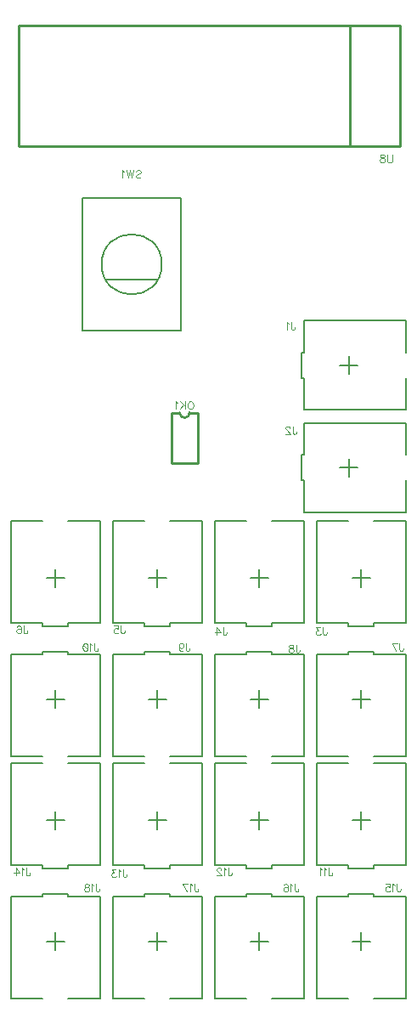
<source format=gbo>
G04 DipTrace 3.3.0.0*
G04 esp02.GBO*
%MOIN*%
G04 #@! TF.FileFunction,Legend,Bot*
G04 #@! TF.Part,Single*
%ADD10C,0.009843*%
%ADD18C,0.006*%
%ADD30C,0.005*%
%ADD37C,0.005984*%
%ADD107C,0.004632*%
%FSLAX26Y26*%
G04*
G70*
G90*
G75*
G01*
G04 BotSilk*
%LPD*%
X1740578Y2933871D2*
D18*
Y2863836D1*
X1775525Y2898836D2*
X1705582D1*
X1565695Y2848821D2*
Y2723836D1*
Y2948851D2*
Y3073836D1*
X1965704Y2948851D2*
Y3073836D1*
Y2848821D2*
Y2723836D1*
X1565695D1*
Y3073836D2*
X1965704D1*
X1565695Y2948851D2*
D37*
X1553221D1*
Y2848821D1*
X1565695D1*
X1740578Y2531135D2*
D18*
Y2461100D1*
X1775525Y2496100D2*
X1705582D1*
X1565695Y2446085D2*
Y2321100D1*
Y2546115D2*
Y2671100D1*
X1965704Y2546115D2*
Y2671100D1*
Y2446085D2*
Y2321100D1*
X1565695D1*
Y2671100D2*
X1965704D1*
X1565695Y2546115D2*
D37*
X1553221D1*
Y2446085D1*
X1565695D1*
X1752965Y2062630D2*
D18*
X1823000D1*
X1788000Y2097577D2*
Y2027633D1*
X1838015Y1887746D2*
X1963000D1*
X1737985D2*
X1613000D1*
X1737985Y2287756D2*
X1613000D1*
X1838015D2*
X1963000D1*
Y1887746D1*
X1613000D2*
Y2287756D1*
X1737985Y1887746D2*
D37*
Y1875272D1*
X1838015D1*
Y1887746D1*
X1352965Y2062630D2*
D18*
X1423000D1*
X1388000Y2097577D2*
Y2027633D1*
X1438015Y1887746D2*
X1563000D1*
X1337985D2*
X1213000D1*
X1337985Y2287756D2*
X1213000D1*
X1438015D2*
X1563000D1*
Y1887746D1*
X1213000D2*
Y2287756D1*
X1337985Y1887746D2*
D37*
Y1875272D1*
X1438015D1*
Y1887746D1*
X952965Y2062630D2*
D18*
X1023000D1*
X988000Y2097577D2*
Y2027633D1*
X1038015Y1887746D2*
X1163000D1*
X937985D2*
X813000D1*
X937985Y2287756D2*
X813000D1*
X1038015D2*
X1163000D1*
Y1887746D1*
X813000D2*
Y2287756D1*
X937985Y1887746D2*
D37*
Y1875272D1*
X1038015D1*
Y1887746D1*
X552965Y2062630D2*
D18*
X623000D1*
X588000Y2097577D2*
Y2027633D1*
X638015Y1887746D2*
X763000D1*
X537985D2*
X413000D1*
X537985Y2287756D2*
X413000D1*
X638015D2*
X763000D1*
Y1887746D1*
X413000D2*
Y2287756D1*
X537985Y1887746D2*
D37*
Y1875272D1*
X638015D1*
Y1887746D1*
X1823035Y1587872D2*
D18*
X1753000D1*
X1788000Y1552925D2*
Y1622868D1*
X1737985Y1762755D2*
X1613000D1*
X1838015D2*
X1963000D1*
X1838015Y1362746D2*
X1963000D1*
X1737985D2*
X1613000D1*
Y1762755D1*
X1963000D2*
Y1362746D1*
X1838015Y1762755D2*
D37*
Y1775229D1*
X1737985D1*
Y1762755D1*
X1423035Y1587872D2*
D18*
X1353000D1*
X1388000Y1552925D2*
Y1622868D1*
X1337985Y1762755D2*
X1213000D1*
X1438015D2*
X1563000D1*
X1438015Y1362746D2*
X1563000D1*
X1337985D2*
X1213000D1*
Y1762755D1*
X1563000D2*
Y1362746D1*
X1438015Y1762755D2*
D37*
Y1775229D1*
X1337985D1*
Y1762755D1*
X1023035Y1587872D2*
D18*
X953000D1*
X988000Y1552925D2*
Y1622868D1*
X937985Y1762755D2*
X813000D1*
X1038015D2*
X1163000D1*
X1038015Y1362746D2*
X1163000D1*
X937985D2*
X813000D1*
Y1762755D1*
X1163000D2*
Y1362746D1*
X1038015Y1762755D2*
D37*
Y1775229D1*
X937985D1*
Y1762755D1*
X623035Y1587872D2*
D18*
X553000D1*
X588000Y1552925D2*
Y1622868D1*
X537985Y1762755D2*
X413000D1*
X638015D2*
X763000D1*
X638015Y1362746D2*
X763000D1*
X537985D2*
X413000D1*
Y1762755D1*
X763000D2*
Y1362746D1*
X638015Y1762755D2*
D37*
Y1775229D1*
X537985D1*
Y1762755D1*
X1752965Y1112630D2*
D18*
X1823000D1*
X1788000Y1147577D2*
Y1077633D1*
X1838015Y937746D2*
X1963000D1*
X1737985D2*
X1613000D1*
X1737985Y1337756D2*
X1613000D1*
X1838015D2*
X1963000D1*
Y937746D1*
X1613000D2*
Y1337756D1*
X1737985Y937746D2*
D37*
Y925272D1*
X1838015D1*
Y937746D1*
X1352965Y1112630D2*
D18*
X1423000D1*
X1388000Y1147577D2*
Y1077633D1*
X1438015Y937746D2*
X1563000D1*
X1337985D2*
X1213000D1*
X1337985Y1337756D2*
X1213000D1*
X1438015D2*
X1563000D1*
Y937746D1*
X1213000D2*
Y1337756D1*
X1337985Y937746D2*
D37*
Y925272D1*
X1438015D1*
Y937746D1*
X952965Y1112630D2*
D18*
X1023000D1*
X988000Y1147577D2*
Y1077633D1*
X1038015Y937746D2*
X1163000D1*
X937985D2*
X813000D1*
X937985Y1337756D2*
X813000D1*
X1038015D2*
X1163000D1*
Y937746D1*
X813000D2*
Y1337756D1*
X937985Y937746D2*
D37*
Y925272D1*
X1038015D1*
Y937746D1*
X552965Y1112630D2*
D18*
X623000D1*
X588000Y1147577D2*
Y1077633D1*
X638015Y937746D2*
X763000D1*
X537985D2*
X413000D1*
X537985Y1337756D2*
X413000D1*
X638015D2*
X763000D1*
Y937746D1*
X413000D2*
Y1337756D1*
X537985Y937746D2*
D37*
Y925272D1*
X638015D1*
Y937746D1*
X1823035Y637872D2*
D18*
X1753000D1*
X1788000Y602925D2*
Y672868D1*
X1737985Y812755D2*
X1613000D1*
X1838015D2*
X1963000D1*
X1838015Y412746D2*
X1963000D1*
X1737985D2*
X1613000D1*
Y812755D1*
X1963000D2*
Y412746D1*
X1838015Y812755D2*
D37*
Y825229D1*
X1737985D1*
Y812755D1*
X1423035Y637872D2*
D18*
X1353000D1*
X1388000Y602925D2*
Y672868D1*
X1337985Y812755D2*
X1213000D1*
X1438015D2*
X1563000D1*
X1438015Y412746D2*
X1563000D1*
X1337985D2*
X1213000D1*
Y812755D1*
X1563000D2*
Y412746D1*
X1438015Y812755D2*
D37*
Y825229D1*
X1337985D1*
Y812755D1*
X1023035Y637872D2*
D18*
X953000D1*
X988000Y602925D2*
Y672868D1*
X937985Y812755D2*
X813000D1*
X1038015D2*
X1163000D1*
X1038015Y412746D2*
X1163000D1*
X937985D2*
X813000D1*
Y812755D1*
X1163000D2*
Y412746D1*
X1038015Y812755D2*
D37*
Y825229D1*
X937985D1*
Y812755D1*
X623035Y637872D2*
D18*
X553000D1*
X588000Y602925D2*
Y672868D1*
X537985Y812755D2*
X413000D1*
X638015D2*
X763000D1*
X638015Y412746D2*
X763000D1*
X537985D2*
X413000D1*
Y812755D1*
X763000D2*
Y412746D1*
X638015Y812755D2*
D37*
Y825229D1*
X537985D1*
Y812755D1*
X1146817Y2712224D2*
D10*
Y2515369D1*
X1044440Y2712224D2*
Y2515369D1*
X1146817D2*
X1044440D1*
X1115323Y2712224D2*
X1146817D1*
X1075934D2*
X1044440D1*
X1115323D2*
G02X1075934Y2712224I-19694J9D01*
G01*
X693892Y3553857D2*
D30*
X1082108D1*
Y3034164D1*
X693892D1*
Y3553857D1*
X785612Y3234958D2*
X990388D1*
X769905Y3294011D2*
G02X769905Y3294011I118095J0D01*
G01*
X1743923Y4230220D2*
D10*
X444741D1*
Y3757780D1*
X1743923D1*
Y4230220D1*
X1940804D2*
X1743923D1*
Y3757780D1*
X1940804D1*
Y4230220D1*
X1513499Y3067770D2*
D107*
Y3044822D1*
X1514925Y3040511D1*
X1516384Y3039085D1*
X1519236Y3037626D1*
X1522121D1*
X1524973Y3039085D1*
X1526399Y3040511D1*
X1527858Y3044822D1*
Y3047674D1*
X1504236Y3062000D2*
X1501351Y3063459D1*
X1497039Y3067737D1*
Y3037626D1*
X1519949Y2658783D2*
Y2635835D1*
X1521375Y2631524D1*
X1522834Y2630098D1*
X1525686Y2628639D1*
X1528571D1*
X1531423Y2630098D1*
X1532849Y2631524D1*
X1534308Y2635835D1*
Y2638687D1*
X1509226Y2651587D2*
Y2653013D1*
X1507800Y2655898D1*
X1506375Y2657324D1*
X1503489Y2658750D1*
X1497752D1*
X1494901Y2657324D1*
X1493475Y2655898D1*
X1492015Y2653013D1*
Y2650161D1*
X1493475Y2647276D1*
X1496327Y2642998D1*
X1510686Y2628639D1*
X1490590D1*
X1639251Y1869685D2*
Y1846737D1*
X1640677Y1842426D1*
X1642136Y1841000D1*
X1644988Y1839540D1*
X1647873D1*
X1650725Y1841000D1*
X1652151Y1842426D1*
X1653610Y1846737D1*
Y1849588D1*
X1627102Y1869651D2*
X1611350D1*
X1619939Y1858177D1*
X1615628D1*
X1612776Y1856751D1*
X1611350Y1855325D1*
X1609891Y1851014D1*
Y1848163D1*
X1611350Y1843852D1*
X1614202Y1840966D1*
X1618513Y1839540D1*
X1622824D1*
X1627102Y1840966D1*
X1628528Y1842426D1*
X1629987Y1845277D1*
X1246213Y1869685D2*
Y1846737D1*
X1247639Y1842426D1*
X1249098Y1841000D1*
X1251950Y1839540D1*
X1254835D1*
X1257687Y1841000D1*
X1259113Y1842426D1*
X1260572Y1846737D1*
Y1849588D1*
X1222591Y1839540D2*
Y1869651D1*
X1236950Y1849588D1*
X1215428D1*
X845500Y1875934D2*
Y1852986D1*
X846926Y1848675D1*
X848385Y1847249D1*
X851237Y1845790D1*
X854122D1*
X856974Y1847249D1*
X858400Y1848675D1*
X859859Y1852986D1*
Y1855838D1*
X819026Y1875901D2*
X833352D1*
X834778Y1863001D1*
X833352Y1864427D1*
X829041Y1865886D1*
X824763D1*
X820452Y1864427D1*
X817567Y1861575D1*
X816141Y1857264D1*
Y1854412D1*
X817567Y1850101D1*
X820452Y1847216D1*
X824763Y1845790D1*
X829041D1*
X833352Y1847216D1*
X834778Y1848675D1*
X836237Y1851527D1*
X463520Y1875934D2*
Y1852986D1*
X464946Y1848675D1*
X466405Y1847249D1*
X469257Y1845790D1*
X472142D1*
X474994Y1847249D1*
X476420Y1848675D1*
X477879Y1852986D1*
Y1855838D1*
X437046Y1871623D2*
X438472Y1874475D1*
X442783Y1875901D1*
X445634D1*
X449945Y1874475D1*
X452831Y1870164D1*
X454257Y1863001D1*
Y1855838D1*
X452831Y1850101D1*
X449945Y1847216D1*
X445634Y1845790D1*
X444208D1*
X439931Y1847216D1*
X437046Y1850101D1*
X435620Y1854412D1*
Y1855838D1*
X437046Y1860149D1*
X439931Y1863001D1*
X444208Y1864427D1*
X445634D1*
X449945Y1863001D1*
X452831Y1860149D1*
X454257Y1855838D1*
X1939251Y1807435D2*
Y1784487D1*
X1940677Y1780176D1*
X1942136Y1778750D1*
X1944988Y1777291D1*
X1947873D1*
X1950725Y1778750D1*
X1952151Y1780176D1*
X1953610Y1784487D1*
Y1787339D1*
X1924250Y1777291D2*
X1909891Y1807402D1*
X1929987D1*
X1532984Y1801185D2*
Y1778237D1*
X1534410Y1773926D1*
X1535869Y1772500D1*
X1538721Y1771040D1*
X1541606D1*
X1544458Y1772500D1*
X1545884Y1773926D1*
X1547343Y1778237D1*
Y1781088D1*
X1516557Y1801151D2*
X1520835Y1799725D1*
X1522294Y1796873D1*
Y1793988D1*
X1520835Y1791137D1*
X1517983Y1789677D1*
X1512246Y1788251D1*
X1507935Y1786825D1*
X1505083Y1783940D1*
X1503657Y1781088D1*
Y1776777D1*
X1505083Y1773926D1*
X1506509Y1772466D1*
X1510820Y1771040D1*
X1516557D1*
X1520835Y1772466D1*
X1522294Y1773926D1*
X1523720Y1776777D1*
Y1781088D1*
X1522294Y1783940D1*
X1519409Y1786825D1*
X1515131Y1788251D1*
X1509394Y1789677D1*
X1506509Y1791137D1*
X1505083Y1793988D1*
Y1796873D1*
X1506509Y1799725D1*
X1510820Y1801151D1*
X1516557D1*
X1101038Y1807435D2*
Y1784487D1*
X1102464Y1780176D1*
X1103923Y1778750D1*
X1106775Y1777291D1*
X1109660D1*
X1112512Y1778750D1*
X1113938Y1780176D1*
X1115397Y1784487D1*
Y1787339D1*
X1073104Y1797387D2*
X1074563Y1793076D1*
X1077415Y1790191D1*
X1081726Y1788765D1*
X1083152D1*
X1087463Y1790191D1*
X1090315Y1793076D1*
X1091774Y1797387D1*
Y1798813D1*
X1090315Y1803124D1*
X1087463Y1805976D1*
X1083152Y1807402D1*
X1081726D1*
X1077415Y1805976D1*
X1074563Y1803124D1*
X1073104Y1797387D1*
Y1790191D1*
X1074563Y1783028D1*
X1077415Y1778717D1*
X1081726Y1777291D1*
X1084578D1*
X1088889Y1778717D1*
X1090315Y1781602D1*
X741230Y1807435D2*
Y1784487D1*
X742656Y1780176D1*
X744115Y1778750D1*
X746967Y1777291D1*
X749852D1*
X752704Y1778750D1*
X754130Y1780176D1*
X755589Y1784487D1*
Y1787339D1*
X731967Y1801665D2*
X729081Y1803124D1*
X724770Y1807402D1*
Y1777291D1*
X706885Y1807402D2*
X711196Y1805976D1*
X714081Y1801665D1*
X715507Y1794502D1*
Y1790191D1*
X714081Y1783028D1*
X711196Y1778717D1*
X706885Y1777291D1*
X704033D1*
X699722Y1778717D1*
X696870Y1783028D1*
X695411Y1790191D1*
Y1794502D1*
X696870Y1801665D1*
X699722Y1805976D1*
X704033Y1807402D1*
X706885D1*
X696870Y1801665D2*
X714081Y1783028D1*
X1659780Y925935D2*
Y902987D1*
X1661206Y898676D1*
X1662665Y897250D1*
X1665517Y895791D1*
X1668402D1*
X1671254Y897250D1*
X1672680Y898676D1*
X1674139Y902987D1*
Y905839D1*
X1650517Y920165D2*
X1647632Y921624D1*
X1643320Y925902D1*
Y895791D1*
X1634057Y920165D2*
X1631172Y921624D1*
X1626861Y925902D1*
Y895791D1*
X1266230Y925935D2*
Y902987D1*
X1267656Y898676D1*
X1269115Y897250D1*
X1271967Y895791D1*
X1274852D1*
X1277704Y897250D1*
X1279130Y898676D1*
X1280589Y902987D1*
Y905839D1*
X1256967Y920165D2*
X1254081Y921624D1*
X1249770Y925902D1*
Y895791D1*
X1239048Y918739D2*
Y920165D1*
X1237622Y923050D1*
X1236196Y924476D1*
X1233311Y925902D1*
X1227574D1*
X1224722Y924476D1*
X1223296Y923050D1*
X1221837Y920165D1*
Y917313D1*
X1223296Y914428D1*
X1226148Y910150D1*
X1240507Y895791D1*
X1220411D1*
X853730Y919685D2*
Y896737D1*
X855156Y892426D1*
X856615Y891000D1*
X859467Y889540D1*
X862352D1*
X865204Y891000D1*
X866630Y892426D1*
X868089Y896737D1*
Y899588D1*
X844467Y913914D2*
X841581Y915373D1*
X837270Y919651D1*
Y889540D1*
X825122Y919651D2*
X809370D1*
X817959Y908177D1*
X813648D1*
X810796Y906751D1*
X809370Y905325D1*
X807911Y901014D1*
Y898163D1*
X809370Y893852D1*
X812222Y890966D1*
X816533Y889540D1*
X820844D1*
X825122Y890966D1*
X826548Y892426D1*
X828007Y895277D1*
X473194Y925935D2*
Y902987D1*
X474620Y898676D1*
X476079Y897250D1*
X478931Y895791D1*
X481816D1*
X484668Y897250D1*
X486094Y898676D1*
X487553Y902987D1*
Y905839D1*
X463930Y920165D2*
X461045Y921624D1*
X456734Y925902D1*
Y895791D1*
X433112D2*
Y925902D1*
X447471Y905839D1*
X425949D1*
X1928730Y863685D2*
Y840737D1*
X1930156Y836426D1*
X1931615Y835000D1*
X1934467Y833540D1*
X1937352D1*
X1940204Y835000D1*
X1941630Y836426D1*
X1943089Y840737D1*
Y843588D1*
X1919467Y857914D2*
X1916581Y859373D1*
X1912270Y863651D1*
Y833540D1*
X1885796Y863651D2*
X1900122D1*
X1901548Y850751D1*
X1900122Y852177D1*
X1895811Y853637D1*
X1891533D1*
X1887222Y852177D1*
X1884337Y849325D1*
X1882911Y845014D1*
Y842163D1*
X1884337Y837852D1*
X1887222Y834966D1*
X1891533Y833540D1*
X1895811D1*
X1900122Y834966D1*
X1901548Y836426D1*
X1903007Y839277D1*
X1528001Y863685D2*
Y840737D1*
X1529426Y836426D1*
X1530886Y835000D1*
X1533738Y833540D1*
X1536623D1*
X1539474Y835000D1*
X1540900Y836426D1*
X1542360Y840737D1*
Y843588D1*
X1518737Y857914D2*
X1515852Y859373D1*
X1511541Y863651D1*
Y833540D1*
X1485066Y859373D2*
X1486492Y862225D1*
X1490803Y863651D1*
X1493655D1*
X1497966Y862225D1*
X1500851Y857914D1*
X1502277Y850751D1*
Y843588D1*
X1500851Y837852D1*
X1497966Y834966D1*
X1493655Y833540D1*
X1492229D1*
X1487951Y834966D1*
X1485066Y837852D1*
X1483640Y842163D1*
Y843588D1*
X1485066Y847900D1*
X1487951Y850751D1*
X1492229Y852177D1*
X1493655D1*
X1497966Y850751D1*
X1500851Y847900D1*
X1502277Y843588D1*
X1134979Y863685D2*
Y840737D1*
X1136405Y836426D1*
X1137864Y835000D1*
X1140716Y833540D1*
X1143601D1*
X1146453Y835000D1*
X1147879Y836426D1*
X1149338Y840737D1*
Y843588D1*
X1125716Y857914D2*
X1122831Y859373D1*
X1118520Y863651D1*
Y833540D1*
X1103519D2*
X1089160Y863651D1*
X1109256D1*
X747464Y863685D2*
Y840737D1*
X748890Y836426D1*
X750349Y835000D1*
X753201Y833540D1*
X756086D1*
X758938Y835000D1*
X760364Y836426D1*
X761823Y840737D1*
Y843588D1*
X738201Y857914D2*
X735316Y859373D1*
X731005Y863651D1*
Y833540D1*
X714578Y863651D2*
X718856Y862225D1*
X720315Y859373D1*
Y856488D1*
X718856Y853637D1*
X716004Y852177D1*
X710267Y850751D1*
X705956Y849325D1*
X703104Y846440D1*
X701678Y843588D1*
Y839277D1*
X703104Y836426D1*
X704530Y834966D1*
X708841Y833540D1*
X714578D1*
X718856Y834966D1*
X720315Y836426D1*
X721741Y839277D1*
Y843588D1*
X720315Y846440D1*
X717430Y849325D1*
X713152Y850751D1*
X707415Y852177D1*
X704530Y853637D1*
X703104Y856488D1*
Y859373D1*
X704530Y862225D1*
X708841Y863651D1*
X714578D1*
X1121390Y2756158D2*
X1124275Y2754732D1*
X1127127Y2751847D1*
X1128586Y2748995D1*
X1130012Y2744684D1*
Y2737488D1*
X1128586Y2733210D1*
X1127127Y2730325D1*
X1124275Y2727473D1*
X1121390Y2726014D1*
X1115653D1*
X1112801Y2727473D1*
X1109916Y2730325D1*
X1108490Y2733210D1*
X1107064Y2737488D1*
Y2744684D1*
X1108490Y2748995D1*
X1109916Y2751847D1*
X1112801Y2754732D1*
X1115653Y2756158D1*
X1121390D1*
X1097801D2*
Y2726014D1*
X1077705Y2756158D2*
X1097801Y2736062D1*
X1090638Y2743258D2*
X1077705Y2726014D1*
X1068441Y2750387D2*
X1065556Y2751847D1*
X1061245Y2756124D1*
Y2726014D1*
X905173Y3658583D2*
X908025Y3661469D1*
X912336Y3662894D1*
X918073D1*
X922384Y3661469D1*
X925269Y3658583D1*
Y3655732D1*
X923810Y3652846D1*
X922384Y3651421D1*
X919532Y3649995D1*
X910910Y3647109D1*
X908025Y3645684D1*
X906599Y3644224D1*
X905173Y3641373D1*
Y3637061D1*
X908025Y3634210D1*
X912336Y3632750D1*
X918073D1*
X922384Y3634210D1*
X925269Y3637061D1*
X895909Y3662894D2*
X888713Y3632750D1*
X881550Y3662894D1*
X874387Y3632750D1*
X867191Y3662894D1*
X857927Y3657124D2*
X855042Y3658583D1*
X850731Y3662861D1*
Y3632750D1*
X1911235Y3724154D2*
Y3702632D1*
X1909809Y3698321D1*
X1906924Y3695469D1*
X1902613Y3694010D1*
X1899761D1*
X1895450Y3695469D1*
X1892565Y3698321D1*
X1891139Y3702632D1*
Y3724154D1*
X1874712Y3724121D2*
X1878990Y3722695D1*
X1880449Y3719843D1*
Y3716958D1*
X1878990Y3714106D1*
X1876138Y3712647D1*
X1870401Y3711221D1*
X1866090Y3709795D1*
X1863238Y3706910D1*
X1861812Y3704058D1*
Y3699747D1*
X1863238Y3696895D1*
X1864664Y3695436D1*
X1868975Y3694010D1*
X1874712D1*
X1878990Y3695436D1*
X1880449Y3696895D1*
X1881875Y3699747D1*
Y3704058D1*
X1880449Y3706910D1*
X1877564Y3709795D1*
X1873286Y3711221D1*
X1867549Y3712647D1*
X1864664Y3714106D1*
X1863238Y3716958D1*
Y3719843D1*
X1864664Y3722695D1*
X1868975Y3724121D1*
X1874712D1*
M02*

</source>
